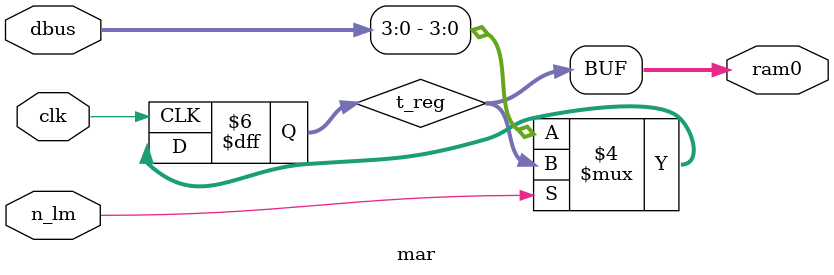
<source format=v>
module mar(
    input n_lm, 
    input clk, 
    input [7:0] dbus, 
    output [3:0] ram0 
);

reg [3:0] t_reg; 
// MARlite always in run mode just transfer 
// from wbus to the ram input
always @(posedge clk)
begin
    if(!n_lm) t_reg <= dbus[3:0];
end

assign ram0 = t_reg; 
// Dump waves
initial begin
$dumpfile("dump.vcd");
$dumpvars(1, mar);
end
endmodule
</source>
